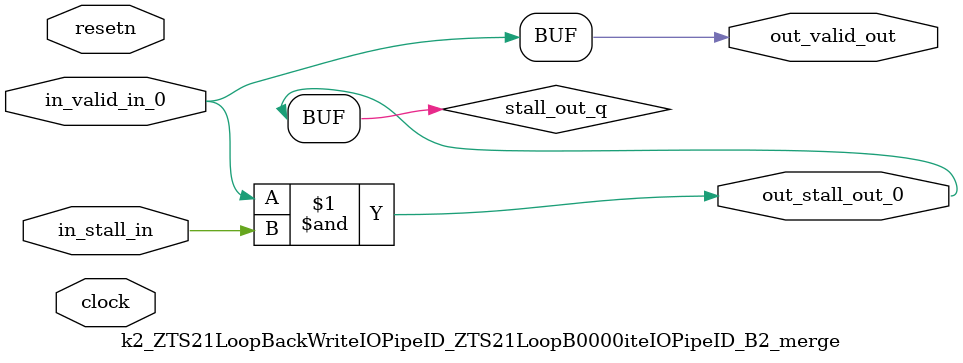
<source format=sv>



(* altera_attribute = "-name AUTO_SHIFT_REGISTER_RECOGNITION OFF; -name MESSAGE_DISABLE 10036; -name MESSAGE_DISABLE 10037; -name MESSAGE_DISABLE 14130; -name MESSAGE_DISABLE 14320; -name MESSAGE_DISABLE 15400; -name MESSAGE_DISABLE 14130; -name MESSAGE_DISABLE 10036; -name MESSAGE_DISABLE 12020; -name MESSAGE_DISABLE 12030; -name MESSAGE_DISABLE 12010; -name MESSAGE_DISABLE 12110; -name MESSAGE_DISABLE 14320; -name MESSAGE_DISABLE 13410; -name MESSAGE_DISABLE 113007; -name MESSAGE_DISABLE 10958" *)
module k2_ZTS21LoopBackWriteIOPipeID_ZTS21LoopB0000iteIOPipeID_B2_merge (
    input wire [0:0] in_stall_in,
    input wire [0:0] in_valid_in_0,
    output wire [0:0] out_stall_out_0,
    output wire [0:0] out_valid_out,
    input wire clock,
    input wire resetn
    );

    wire [0:0] stall_out_q;


    // stall_out(LOGICAL,6)
    assign stall_out_q = in_valid_in_0 & in_stall_in;

    // out_stall_out_0(GPOUT,4)
    assign out_stall_out_0 = stall_out_q;

    // out_valid_out(GPOUT,5)
    assign out_valid_out = in_valid_in_0;

endmodule

</source>
